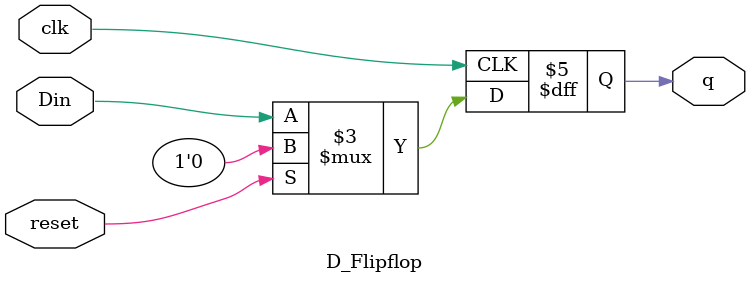
<source format=v>
module JKFlipflop(J,K,clk,reset,q);
input J,K,clk,reset;
output q;
wire w;
assign w=(J&~q)|(~K&q);
D_Flipflop dff(w,clk,reset,q);
endmodule

module D_Flipflop(Din,clk,reset,q);
input Din,clk,reset;
output reg q;
always@(posedge clk)
begin
if(reset)
q=1'b0;
else
q=Din;
end
endmodule

</source>
